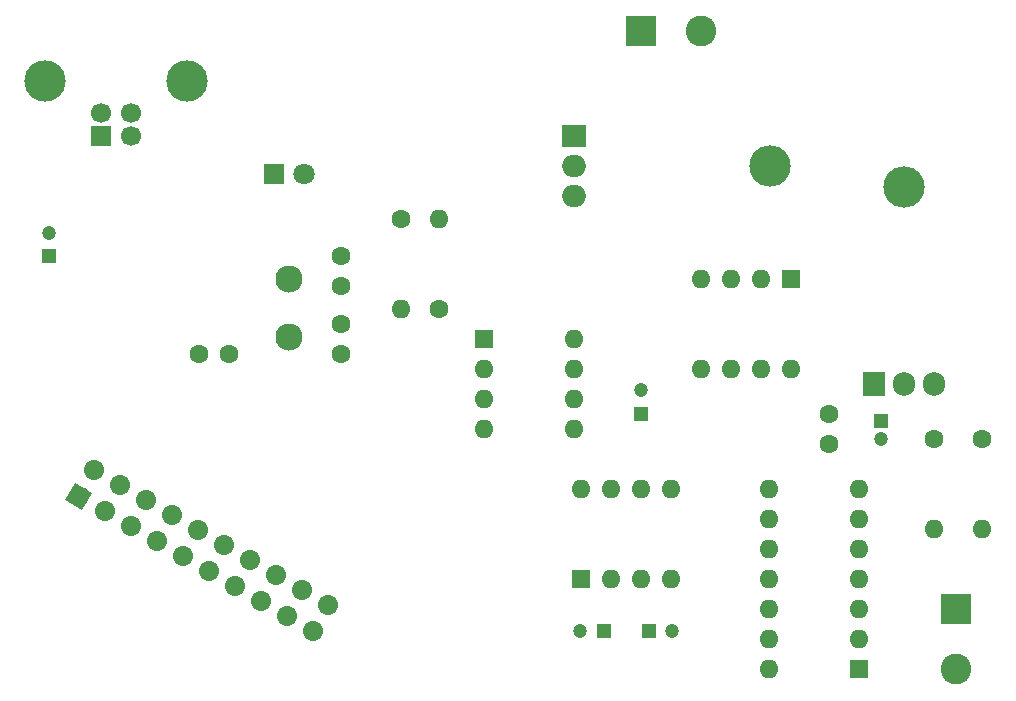
<source format=gbs>
G04 #@! TF.GenerationSoftware,KiCad,Pcbnew,5.1.2-f72e74a~84~ubuntu18.04.1*
G04 #@! TF.CreationDate,2019-07-29T23:39:44+03:00*
G04 #@! TF.ProjectId,tracer,74726163-6572-42e6-9b69-6361645f7063,rev?*
G04 #@! TF.SameCoordinates,Original*
G04 #@! TF.FileFunction,Soldermask,Bot*
G04 #@! TF.FilePolarity,Negative*
%FSLAX46Y46*%
G04 Gerber Fmt 4.6, Leading zero omitted, Abs format (unit mm)*
G04 Created by KiCad (PCBNEW 5.1.2-f72e74a~84~ubuntu18.04.1) date 2019-07-29 23:39:44*
%MOMM*%
%LPD*%
G04 APERTURE LIST*
%ADD10C,1.700000*%
%ADD11C,1.700000*%
%ADD12C,0.100000*%
%ADD13O,1.600000X1.600000*%
%ADD14R,1.600000X1.600000*%
%ADD15C,1.200000*%
%ADD16R,1.200000X1.200000*%
%ADD17C,1.600000*%
%ADD18C,2.600000*%
%ADD19R,2.600000X2.600000*%
%ADD20C,2.300000*%
%ADD21C,3.500000*%
%ADD22R,1.700000X1.700000*%
%ADD23C,1.800000*%
%ADD24R,1.800000X1.800000*%
%ADD25O,2.000000X1.905000*%
%ADD26R,2.000000X1.905000*%
%ADD27O,3.500000X3.500000*%
%ADD28O,1.905000X2.000000*%
%ADD29R,1.905000X2.000000*%
G04 APERTURE END LIST*
D10*
X93457341Y-145755295D03*
D11*
X93457341Y-145755295D02*
X93457341Y-145755295D01*
D10*
X92187341Y-147955000D03*
D11*
X92187341Y-147955000D02*
X92187341Y-147955000D01*
D10*
X91257636Y-144485295D03*
D11*
X91257636Y-144485295D02*
X91257636Y-144485295D01*
D10*
X89987636Y-146685000D03*
D11*
X89987636Y-146685000D02*
X89987636Y-146685000D01*
D10*
X89057932Y-143215295D03*
D11*
X89057932Y-143215295D02*
X89057932Y-143215295D01*
D10*
X87787932Y-145415000D03*
D11*
X87787932Y-145415000D02*
X87787932Y-145415000D01*
D10*
X86858227Y-141945295D03*
D11*
X86858227Y-141945295D02*
X86858227Y-141945295D01*
D10*
X85588227Y-144145000D03*
D11*
X85588227Y-144145000D02*
X85588227Y-144145000D01*
D10*
X84658523Y-140675295D03*
D11*
X84658523Y-140675295D02*
X84658523Y-140675295D01*
D10*
X83388523Y-142875000D03*
D11*
X83388523Y-142875000D02*
X83388523Y-142875000D01*
D10*
X82458818Y-139405295D03*
D11*
X82458818Y-139405295D02*
X82458818Y-139405295D01*
D10*
X81188818Y-141605000D03*
D11*
X81188818Y-141605000D02*
X81188818Y-141605000D01*
D10*
X80259114Y-138135295D03*
D11*
X80259114Y-138135295D02*
X80259114Y-138135295D01*
D10*
X78989114Y-140335000D03*
D11*
X78989114Y-140335000D02*
X78989114Y-140335000D01*
D10*
X78059409Y-136865295D03*
D11*
X78059409Y-136865295D02*
X78059409Y-136865295D01*
D10*
X76789409Y-139065000D03*
D11*
X76789409Y-139065000D02*
X76789409Y-139065000D01*
D10*
X75859705Y-135595295D03*
D11*
X75859705Y-135595295D02*
X75859705Y-135595295D01*
D10*
X74589705Y-137795000D03*
D11*
X74589705Y-137795000D02*
X74589705Y-137795000D01*
D10*
X73660000Y-134325295D03*
D11*
X73660000Y-134325295D02*
X73660000Y-134325295D01*
D10*
X72390000Y-136525000D03*
D12*
G36*
X72701122Y-137686122D02*
G01*
X71228878Y-136836122D01*
X72078878Y-135363878D01*
X73551122Y-136213878D01*
X72701122Y-137686122D01*
X72701122Y-137686122D01*
G37*
D13*
X132715000Y-125730000D03*
X125095000Y-118110000D03*
X130175000Y-125730000D03*
X127635000Y-118110000D03*
X127635000Y-125730000D03*
X130175000Y-118110000D03*
X125095000Y-125730000D03*
D14*
X132715000Y-118110000D03*
D15*
X140335000Y-131675000D03*
D16*
X140335000Y-130175000D03*
D17*
X135890000Y-129580000D03*
X135890000Y-132080000D03*
X85090000Y-124460000D03*
X82590000Y-124460000D03*
D18*
X125095000Y-97155000D03*
D19*
X120015000Y-97155000D03*
D18*
X146685000Y-151130000D03*
D19*
X146685000Y-146050000D03*
D15*
X120015000Y-127540000D03*
D16*
X120015000Y-129540000D03*
D15*
X122650000Y-147955000D03*
D16*
X120650000Y-147955000D03*
D15*
X114840000Y-147955000D03*
D16*
X116840000Y-147955000D03*
D17*
X94615000Y-116205000D03*
X94615000Y-118705000D03*
X94615000Y-121960000D03*
X94615000Y-124460000D03*
D20*
X90170000Y-123010000D03*
X90170000Y-118110000D03*
D21*
X81565000Y-101335000D03*
X69525000Y-101335000D03*
D10*
X74295000Y-104045000D03*
X76795000Y-104045000D03*
X76795000Y-106045000D03*
D22*
X74295000Y-106045000D03*
D15*
X69850000Y-114205000D03*
D16*
X69850000Y-116205000D03*
D13*
X102870000Y-113030000D03*
D17*
X102870000Y-120650000D03*
D13*
X99695000Y-120650000D03*
D17*
X99695000Y-113030000D03*
D23*
X91440000Y-109220000D03*
D24*
X88900000Y-109220000D03*
D13*
X130810000Y-151130000D03*
X138430000Y-135890000D03*
X130810000Y-148590000D03*
X138430000Y-138430000D03*
X130810000Y-146050000D03*
X138430000Y-140970000D03*
X130810000Y-143510000D03*
X138430000Y-143510000D03*
X130810000Y-140970000D03*
X138430000Y-146050000D03*
X130810000Y-138430000D03*
X138430000Y-148590000D03*
X130810000Y-135890000D03*
D14*
X138430000Y-151130000D03*
D13*
X114935000Y-135890000D03*
X122555000Y-143510000D03*
X117475000Y-135890000D03*
X120015000Y-143510000D03*
X120015000Y-135890000D03*
X117475000Y-143510000D03*
X122555000Y-135890000D03*
D14*
X114935000Y-143510000D03*
D25*
X114300000Y-111125000D03*
X114300000Y-108585000D03*
D26*
X114300000Y-106045000D03*
D27*
X130960000Y-108585000D03*
D13*
X114300000Y-123190000D03*
X106680000Y-130810000D03*
X114300000Y-125730000D03*
X106680000Y-128270000D03*
X114300000Y-128270000D03*
X106680000Y-125730000D03*
X114300000Y-130810000D03*
D14*
X106680000Y-123190000D03*
D13*
X144830000Y-139300000D03*
D17*
X144830000Y-131680000D03*
D13*
X148880000Y-139300000D03*
D17*
X148880000Y-131680000D03*
D28*
X144780000Y-127000000D03*
X142240000Y-127000000D03*
D29*
X139700000Y-127000000D03*
D27*
X142240000Y-110340000D03*
M02*

</source>
